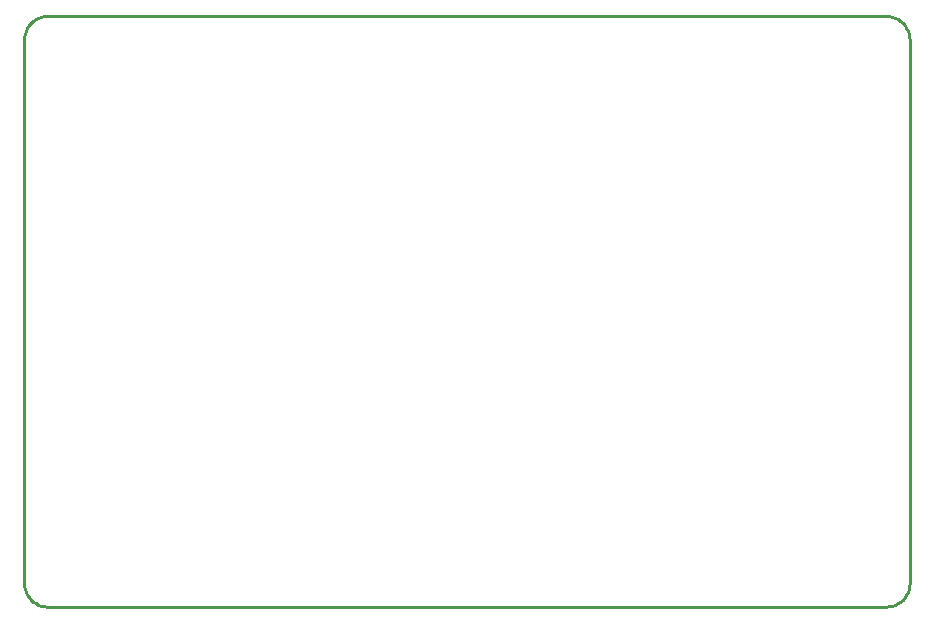
<source format=gko>
G04*
G04 #@! TF.GenerationSoftware,Altium Limited,Altium Designer,21.9.2 (33)*
G04*
G04 Layer_Color=16711935*
%FSLAX25Y25*%
%MOIN*%
G70*
G04*
G04 #@! TF.SameCoordinates,F924B2C3-1D75-45BD-9772-218C77F4F8C2*
G04*
G04*
G04 #@! TF.FilePolarity,Positive*
G04*
G01*
G75*
%ADD14C,0.01000*%
D14*
X287402Y0D02*
X288429Y67D01*
X289440Y268D01*
X290415Y599D01*
X291339Y1055D01*
X292195Y1627D01*
X292969Y2306D01*
X293649Y3081D01*
X294221Y3937D01*
X294676Y4861D01*
X295007Y5836D01*
X295208Y6846D01*
X295276Y7874D01*
Y188976D02*
X295208Y190004D01*
X295007Y191014D01*
X294676Y191990D01*
X294221Y192913D01*
X293649Y193770D01*
X292969Y194544D01*
X292195Y195223D01*
X291339Y195796D01*
X290415Y196251D01*
X289440Y196582D01*
X288429Y196783D01*
X287402Y196850D01*
X7874D02*
X6846Y196783D01*
X5836Y196582D01*
X4861Y196251D01*
X3937Y195796D01*
X3081Y195223D01*
X2306Y194544D01*
X1627Y193770D01*
X1055Y192913D01*
X599Y191990D01*
X268Y191014D01*
X67Y190004D01*
X0Y188976D01*
Y7874D02*
X67Y6846D01*
X268Y5836D01*
X599Y4861D01*
X1055Y3937D01*
X1627Y3081D01*
X2306Y2306D01*
X3081Y1627D01*
X3937Y1055D01*
X4861Y599D01*
X5836Y268D01*
X6846Y67D01*
X7874Y0D01*
Y196850D02*
X287402D01*
X7874Y0D02*
X287402D01*
X295276Y7874D02*
Y188976D01*
X0Y7874D02*
Y188976D01*
M02*

</source>
